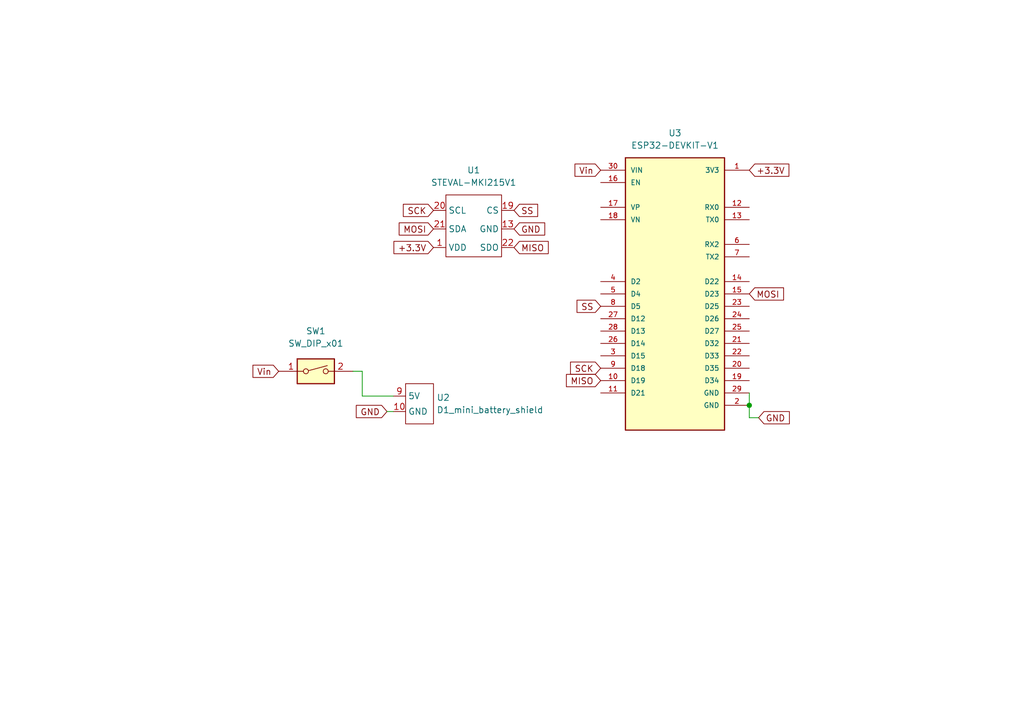
<source format=kicad_sch>
(kicad_sch (version 20230121) (generator eeschema)
  (paper "A5")
  (title_block (title "Acceleration/Gyroscope") (date "2023-05-23"))
  (lib_symbols
    (symbol "ESP32-DEVKIT-V1:ESP32-DEVKIT-V1" (pin_names (offset 1.016))
      (property "Reference" "U" (at -10.16 30.48 0))
      (property "Value" "ESP32-DEVKIT-V1" (at -10.16 -30.48 0))
      (symbol "ESP32-DEVKIT-V1_0_0"
        (rectangle (start -10.16 -27.94) (end 10.16 27.94) (stroke (width 0.254)) (fill (type background)))
        (pin output line (at 15.24 25.4 180) (length 5.08) (name "3V3") (number "1"))
        (pin bidirectional line (at -15.24 -17.78 0) (length 5.08) (name "D19") (number "10"))
        (pin bidirectional line (at -15.24 -20.32 0) (length 5.08) (name "D21") (number "11"))
        (pin input line (at 15.24 17.78 180) (length 5.08) (name "RX0") (number "12"))
        (pin output line (at 15.24 15.24 180) (length 5.08) (name "TX0") (number "13"))
        (pin bidirectional line (at 15.24 2.54 180) (length 5.08) (name "D22") (number "14"))
        (pin bidirectional line (at 15.24 0 180) (length 5.08) (name "D23") (number "15"))
        (pin input line (at -15.24 22.86 0) (length 5.08) (name "EN") (number "16"))
        (pin bidirectional line (at -15.24 17.78 0) (length 5.08) (name "VP") (number "17"))
        (pin bidirectional line (at -15.24 15.24 0) (length 5.08) (name "VN") (number "18"))
        (pin bidirectional line (at 15.24 -17.78 180) (length 5.08) (name "D34") (number "19"))
        (pin power_in line (at 15.24 -22.86 180) (length 5.08) (name "GND") (number "2"))
        (pin bidirectional line (at 15.24 -15.24 180) (length 5.08) (name "D35") (number "20"))
        (pin bidirectional line (at 15.24 -10.16 180) (length 5.08) (name "D32") (number "21"))
        (pin bidirectional line (at 15.24 -12.7 180) (length 5.08) (name "D33") (number "22"))
        (pin bidirectional line (at 15.24 -2.54 180) (length 5.08) (name "D25") (number "23"))
        (pin bidirectional line (at 15.24 -5.08 180) (length 5.08) (name "D26") (number "24"))
        (pin bidirectional line (at 15.24 -7.62 180) (length 5.08) (name "D27") (number "25"))
        (pin bidirectional line (at -15.24 -10.16 0) (length 5.08) (name "D14") (number "26"))
        (pin bidirectional line (at -15.24 -5.08 0) (length 5.08) (name "D12") (number "27"))
        (pin bidirectional line (at -15.24 -7.62 0) (length 5.08) (name "D13") (number "28"))
        (pin power_in line (at 15.24 -20.32 180) (length 5.08) (name "GND") (number "29"))
        (pin bidirectional line (at -15.24 -12.7 0) (length 5.08) (name "D15") (number "3"))
        (pin input line (at -15.24 25.4 0) (length 5.08) (name "VIN") (number "30"))
        (pin bidirectional line (at -15.24 2.54 0) (length 5.08) (name "D2") (number "4"))
        (pin bidirectional line (at -15.24 0 0) (length 5.08) (name "D4") (number "5"))
        (pin input line (at 15.24 10.16 180) (length 5.08) (name "RX2") (number "6"))
        (pin output line (at 15.24 7.62 180) (length 5.08) (name "TX2") (number "7"))
        (pin bidirectional line (at -15.24 -2.54 0) (length 5.08) (name "D5") (number "8"))
        (pin bidirectional line (at -15.24 -15.24 0) (length 5.08) (name "D18") (number "9"))
      )
    )
    (symbol "STEVAL-MKI215V1:STEVAL-MKI215V1"
      (property "Reference" "U" (at 0 7.62 0))
      (property "Value" "STEVAL-MKI215V1" (at 0.635 -7.62 0))
      (symbol "STEVAL-MKI215V1_0_1"
        (rectangle (start -5.715 6.35) (end 5.715 -6.35))
      )
      (symbol "STEVAL-MKI215V1_1_1"
        (pin input line (at -8.255 -4.445 0) (length 2.54) (name "VDD") (number "1"))
        (pin input line (at 8.255 -0.635 180) (length 2.54) (name "GND") (number "13"))
        (pin input line (at 8.255 3.175 180) (length 2.54) (name "CS") (number "19"))
        (pin input line (at -8.255 3.175 0) (length 2.54) (name "SCL") (number "20"))
        (pin input line (at -8.255 -0.635 0) (length 2.54) (name "SDA") (number "21"))
        (pin input line (at 8.255 -4.445 180) (length 2.54) (name "SDO") (number "22"))
      )
    )
    (symbol "Switch:SW_DIP_x01" (pin_names (offset 0) hide)
      (property "Reference" "SW" (at 0 3.81 0))
      (property "Value" "SW_DIP_x01" (at 0 -3.81 0))
      (symbol "SW_DIP_x01_0_0"
        (circle (center -2.032 0) (radius 0.508))
        (polyline (pts (xy -1.524 0.127) (xy 2.3622 1.1684)))
        (circle (center 2.032 0) (radius 0.508))
      )
      (symbol "SW_DIP_x01_0_1"
        (rectangle (start -3.81 2.54) (end 3.81 -2.54) (stroke (width 0.254)) (fill (type background)))
      )
      (symbol "SW_DIP_x01_1_1"
        (pin passive line (at -7.62 0 0) (length 5.08) (name "~") (number "1"))
        (pin passive line (at 7.62 0 180) (length 5.08) (name "~") (number "2"))
      )
    )
    (symbol "d1 mini battery shield:D1_mini_battery_shield"
      (property "Reference" "U" (at 3.81 8.89 0))
      (property "Value" "D1_mini_battery_shield" (at 2.54 -1.905 0))
      (symbol "D1_mini_battery_shield_0_1"
        (rectangle (start -1.27 7.62) (end 4.445 -0.635))
      )
      (symbol "D1_mini_battery_shield_1_1"
        (pin input line (at -3.81 1.905 0) (length 2.54) (name "GND") (number "10"))
        (pin input line (at -3.81 5.08 0) (length 2.54) (name "5V") (number "9"))
      )
    )
  )
  (junction (at 153.67 83.185))
  (wire (pts (xy 74.295 81.28) (xy 80.645 81.28)))
  (wire (pts (xy 153.67 80.645) (xy 153.67 83.185)))
  (wire (pts (xy 72.39 76.2) (xy 74.295 76.2)))
  (wire (pts (xy 153.67 83.185) (xy 153.67 85.725)))
  (wire (pts (xy 74.295 76.2) (xy 74.295 81.28)))
  (wire (pts (xy 153.67 85.725) (xy 155.575 85.725)))
  (wire (pts (xy 79.375 84.455) (xy 80.645 84.455)))
  (global_label "MISO" (shape input) (at 123.19 78.105 180) (property "Intersheetrefs" "${INTERSHEET_REFS}" (effects hide)))
  (global_label "GND" (shape input) (at 79.375 84.455 180) (property "Intersheetrefs" "${INTERSHEET_REFS}" (effects hide)))
  (global_label "Vin" (shape input) (at 123.19 34.925 180) (property "Intersheetrefs" "${INTERSHEET_REFS}" (effects hide)))
  (global_label "Vin" (shape input) (at 57.15 76.2 180) (property "Intersheetrefs" "${INTERSHEET_REFS}" (effects hide)))
  (global_label "SS" (shape input) (at 123.19 62.865 180) (property "Intersheetrefs" "${INTERSHEET_REFS}" (effects hide)))
  (global_label "GND" (shape input) (at 105.41 46.99 0) (property "Intersheetrefs" "${INTERSHEET_REFS}" (effects hide)))
  (global_label "+3.3V" (shape input) (at 153.67 34.925 0) (property "Intersheetrefs" "${INTERSHEET_REFS}" (effects hide)))
  (global_label "SCK" (shape input) (at 88.9 43.18 180) (property "Intersheetrefs" "${INTERSHEET_REFS}" (effects hide)))
  (global_label "MOSI" (shape input) (at 88.9 46.99 180) (property "Intersheetrefs" "${INTERSHEET_REFS}" (effects hide)))
  (global_label "MOSI" (shape input) (at 153.67 60.325 0) (property "Intersheetrefs" "${INTERSHEET_REFS}" (effects hide)))
  (global_label "SCK" (shape input) (at 123.19 75.565 180) (property "Intersheetrefs" "${INTERSHEET_REFS}" (effects hide)))
  (global_label "GND" (shape input) (at 155.575 85.725 0) (property "Intersheetrefs" "${INTERSHEET_REFS}" (effects hide)))
  (global_label "MISO" (shape input) (at 105.41 50.8 0) (property "Intersheetrefs" "${INTERSHEET_REFS}" (effects hide)))
  (global_label "+3.3V" (shape input) (at 88.9 50.8 180) (property "Intersheetrefs" "${INTERSHEET_REFS}" (effects hide)))
  (global_label "SS" (shape input) (at 105.41 43.18 0) (property "Intersheetrefs" "${INTERSHEET_REFS}" (effects hide)))
  (symbol (lib_id "Switch:SW_DIP_x01") (at 64.77 76.2 0) (unit 1)
    (property "Reference" "SW1" (at 64.77 67.945 0))
    (property "Value" "SW_DIP_x01" (at 64.77 70.485 0))
    (property "Footprint" "Button_Switch_THT:SW_Push_2P2T_Toggle_CK_PVA2xxH1xxxxxxV2" (effects hide))
  )
  (symbol (lib_id "d1 mini battery shield:D1_mini_battery_shield") (at 84.455 86.36 0) (unit 1)
    (property "Reference" "U2" (at 89.535 81.5974 0) (effects (justify left)))
    (property "Value" "D1_mini_battery_shield" (at 89.535 84.1374 0) (effects (justify left)))
    (property "Footprint" "D1 mini battery shield:D1 mini battery shield" (effects hide))
  )
  (symbol (lib_id "ESP32-DEVKIT-V1:ESP32-DEVKIT-V1") (at 138.43 60.325 0) (unit 1)
    (property "Reference" "U3" (at 138.43 27.305 0))
    (property "Value" "ESP32-DEVKIT-V1" (at 138.43 29.845 0))
    (property "Footprint" "MODULE_ESP32_DEVKIT_V1" (effects hide))
    (property "STANDARD" "Manufacturer Recommendations" (effects hide))
    (property "PARTREV" "N/A" (effects hide))
    (property "MANUFACTURER" "DOIT" (effects hide))
    (property "MAXIMUM_PACKAGE_HEIGHT" "6.8 mm" (effects hide))
  )
  (symbol (lib_id "STEVAL-MKI215V1:STEVAL-MKI215V1") (at 97.155 46.355 0) (unit 1)
    (property "Reference" "U1" (at 97.155 34.925 0))
    (property "Value" "STEVAL-MKI215V1" (at 97.155 37.465 0))
    (property "Footprint" "STEVAL-MKI215V1:STEVAL-MKI215V1" (effects hide))
  )
)
</source>
